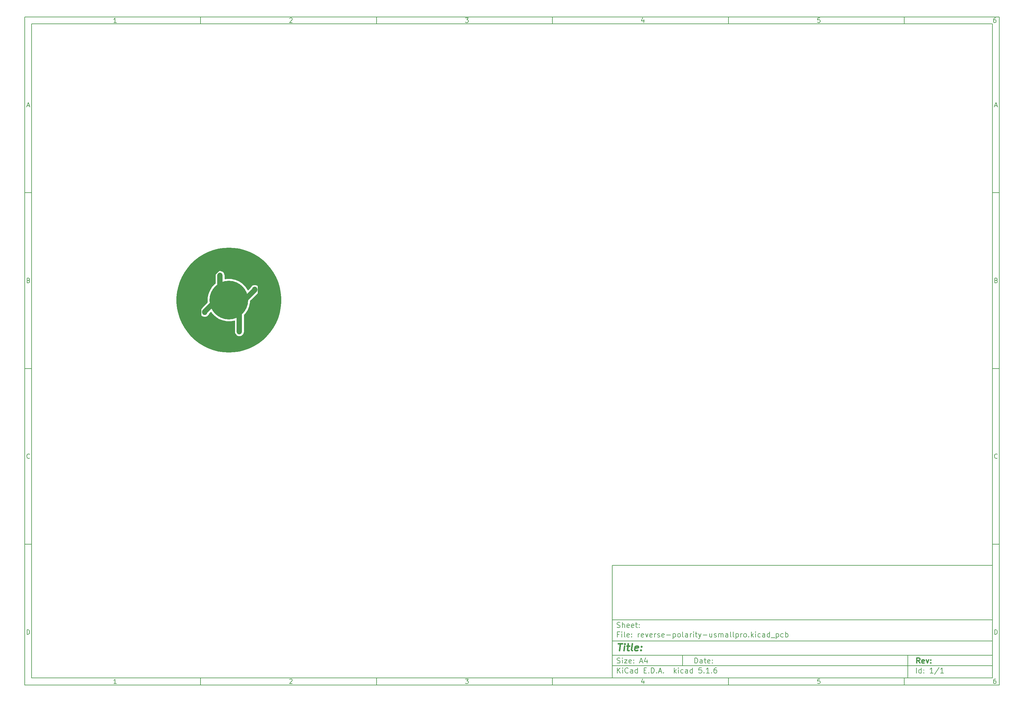
<source format=gbr>
G04 #@! TF.GenerationSoftware,KiCad,Pcbnew,5.1.6*
G04 #@! TF.CreationDate,2020-09-05T15:35:29+02:00*
G04 #@! TF.ProjectId,reverse-polarity-usmallpro,72657665-7273-4652-9d70-6f6c61726974,rev?*
G04 #@! TF.SameCoordinates,Original*
G04 #@! TF.FileFunction,Copper,L2,Bot*
G04 #@! TF.FilePolarity,Positive*
%FSLAX46Y46*%
G04 Gerber Fmt 4.6, Leading zero omitted, Abs format (unit mm)*
G04 Created by KiCad (PCBNEW 5.1.6) date 2020-09-05 15:35:29*
%MOMM*%
%LPD*%
G01*
G04 APERTURE LIST*
%ADD10C,0.100000*%
%ADD11C,0.150000*%
%ADD12C,0.300000*%
%ADD13C,0.400000*%
G04 #@! TA.AperFunction,ComponentPad*
%ADD14C,3.000000*%
G04 #@! TD*
G04 #@! TA.AperFunction,SMDPad,CuDef*
%ADD15C,11.000000*%
G04 #@! TD*
G04 #@! TA.AperFunction,ViaPad*
%ADD16C,0.800000*%
G04 #@! TD*
G04 #@! TA.AperFunction,Conductor*
%ADD17C,1.500000*%
G04 #@! TD*
G04 #@! TA.AperFunction,Conductor*
%ADD18C,0.254000*%
G04 #@! TD*
G04 APERTURE END LIST*
D10*
D11*
X177002200Y-166007200D02*
X177002200Y-198007200D01*
X285002200Y-198007200D01*
X285002200Y-166007200D01*
X177002200Y-166007200D01*
D10*
D11*
X10000000Y-10000000D02*
X10000000Y-200007200D01*
X287002200Y-200007200D01*
X287002200Y-10000000D01*
X10000000Y-10000000D01*
D10*
D11*
X12000000Y-12000000D02*
X12000000Y-198007200D01*
X285002200Y-198007200D01*
X285002200Y-12000000D01*
X12000000Y-12000000D01*
D10*
D11*
X60000000Y-12000000D02*
X60000000Y-10000000D01*
D10*
D11*
X110000000Y-12000000D02*
X110000000Y-10000000D01*
D10*
D11*
X160000000Y-12000000D02*
X160000000Y-10000000D01*
D10*
D11*
X210000000Y-12000000D02*
X210000000Y-10000000D01*
D10*
D11*
X260000000Y-12000000D02*
X260000000Y-10000000D01*
D10*
D11*
X36065476Y-11588095D02*
X35322619Y-11588095D01*
X35694047Y-11588095D02*
X35694047Y-10288095D01*
X35570238Y-10473809D01*
X35446428Y-10597619D01*
X35322619Y-10659523D01*
D10*
D11*
X85322619Y-10411904D02*
X85384523Y-10350000D01*
X85508333Y-10288095D01*
X85817857Y-10288095D01*
X85941666Y-10350000D01*
X86003571Y-10411904D01*
X86065476Y-10535714D01*
X86065476Y-10659523D01*
X86003571Y-10845238D01*
X85260714Y-11588095D01*
X86065476Y-11588095D01*
D10*
D11*
X135260714Y-10288095D02*
X136065476Y-10288095D01*
X135632142Y-10783333D01*
X135817857Y-10783333D01*
X135941666Y-10845238D01*
X136003571Y-10907142D01*
X136065476Y-11030952D01*
X136065476Y-11340476D01*
X136003571Y-11464285D01*
X135941666Y-11526190D01*
X135817857Y-11588095D01*
X135446428Y-11588095D01*
X135322619Y-11526190D01*
X135260714Y-11464285D01*
D10*
D11*
X185941666Y-10721428D02*
X185941666Y-11588095D01*
X185632142Y-10226190D02*
X185322619Y-11154761D01*
X186127380Y-11154761D01*
D10*
D11*
X236003571Y-10288095D02*
X235384523Y-10288095D01*
X235322619Y-10907142D01*
X235384523Y-10845238D01*
X235508333Y-10783333D01*
X235817857Y-10783333D01*
X235941666Y-10845238D01*
X236003571Y-10907142D01*
X236065476Y-11030952D01*
X236065476Y-11340476D01*
X236003571Y-11464285D01*
X235941666Y-11526190D01*
X235817857Y-11588095D01*
X235508333Y-11588095D01*
X235384523Y-11526190D01*
X235322619Y-11464285D01*
D10*
D11*
X285941666Y-10288095D02*
X285694047Y-10288095D01*
X285570238Y-10350000D01*
X285508333Y-10411904D01*
X285384523Y-10597619D01*
X285322619Y-10845238D01*
X285322619Y-11340476D01*
X285384523Y-11464285D01*
X285446428Y-11526190D01*
X285570238Y-11588095D01*
X285817857Y-11588095D01*
X285941666Y-11526190D01*
X286003571Y-11464285D01*
X286065476Y-11340476D01*
X286065476Y-11030952D01*
X286003571Y-10907142D01*
X285941666Y-10845238D01*
X285817857Y-10783333D01*
X285570238Y-10783333D01*
X285446428Y-10845238D01*
X285384523Y-10907142D01*
X285322619Y-11030952D01*
D10*
D11*
X60000000Y-198007200D02*
X60000000Y-200007200D01*
D10*
D11*
X110000000Y-198007200D02*
X110000000Y-200007200D01*
D10*
D11*
X160000000Y-198007200D02*
X160000000Y-200007200D01*
D10*
D11*
X210000000Y-198007200D02*
X210000000Y-200007200D01*
D10*
D11*
X260000000Y-198007200D02*
X260000000Y-200007200D01*
D10*
D11*
X36065476Y-199595295D02*
X35322619Y-199595295D01*
X35694047Y-199595295D02*
X35694047Y-198295295D01*
X35570238Y-198481009D01*
X35446428Y-198604819D01*
X35322619Y-198666723D01*
D10*
D11*
X85322619Y-198419104D02*
X85384523Y-198357200D01*
X85508333Y-198295295D01*
X85817857Y-198295295D01*
X85941666Y-198357200D01*
X86003571Y-198419104D01*
X86065476Y-198542914D01*
X86065476Y-198666723D01*
X86003571Y-198852438D01*
X85260714Y-199595295D01*
X86065476Y-199595295D01*
D10*
D11*
X135260714Y-198295295D02*
X136065476Y-198295295D01*
X135632142Y-198790533D01*
X135817857Y-198790533D01*
X135941666Y-198852438D01*
X136003571Y-198914342D01*
X136065476Y-199038152D01*
X136065476Y-199347676D01*
X136003571Y-199471485D01*
X135941666Y-199533390D01*
X135817857Y-199595295D01*
X135446428Y-199595295D01*
X135322619Y-199533390D01*
X135260714Y-199471485D01*
D10*
D11*
X185941666Y-198728628D02*
X185941666Y-199595295D01*
X185632142Y-198233390D02*
X185322619Y-199161961D01*
X186127380Y-199161961D01*
D10*
D11*
X236003571Y-198295295D02*
X235384523Y-198295295D01*
X235322619Y-198914342D01*
X235384523Y-198852438D01*
X235508333Y-198790533D01*
X235817857Y-198790533D01*
X235941666Y-198852438D01*
X236003571Y-198914342D01*
X236065476Y-199038152D01*
X236065476Y-199347676D01*
X236003571Y-199471485D01*
X235941666Y-199533390D01*
X235817857Y-199595295D01*
X235508333Y-199595295D01*
X235384523Y-199533390D01*
X235322619Y-199471485D01*
D10*
D11*
X285941666Y-198295295D02*
X285694047Y-198295295D01*
X285570238Y-198357200D01*
X285508333Y-198419104D01*
X285384523Y-198604819D01*
X285322619Y-198852438D01*
X285322619Y-199347676D01*
X285384523Y-199471485D01*
X285446428Y-199533390D01*
X285570238Y-199595295D01*
X285817857Y-199595295D01*
X285941666Y-199533390D01*
X286003571Y-199471485D01*
X286065476Y-199347676D01*
X286065476Y-199038152D01*
X286003571Y-198914342D01*
X285941666Y-198852438D01*
X285817857Y-198790533D01*
X285570238Y-198790533D01*
X285446428Y-198852438D01*
X285384523Y-198914342D01*
X285322619Y-199038152D01*
D10*
D11*
X10000000Y-60000000D02*
X12000000Y-60000000D01*
D10*
D11*
X10000000Y-110000000D02*
X12000000Y-110000000D01*
D10*
D11*
X10000000Y-160000000D02*
X12000000Y-160000000D01*
D10*
D11*
X10690476Y-35216666D02*
X11309523Y-35216666D01*
X10566666Y-35588095D02*
X11000000Y-34288095D01*
X11433333Y-35588095D01*
D10*
D11*
X11092857Y-84907142D02*
X11278571Y-84969047D01*
X11340476Y-85030952D01*
X11402380Y-85154761D01*
X11402380Y-85340476D01*
X11340476Y-85464285D01*
X11278571Y-85526190D01*
X11154761Y-85588095D01*
X10659523Y-85588095D01*
X10659523Y-84288095D01*
X11092857Y-84288095D01*
X11216666Y-84350000D01*
X11278571Y-84411904D01*
X11340476Y-84535714D01*
X11340476Y-84659523D01*
X11278571Y-84783333D01*
X11216666Y-84845238D01*
X11092857Y-84907142D01*
X10659523Y-84907142D01*
D10*
D11*
X11402380Y-135464285D02*
X11340476Y-135526190D01*
X11154761Y-135588095D01*
X11030952Y-135588095D01*
X10845238Y-135526190D01*
X10721428Y-135402380D01*
X10659523Y-135278571D01*
X10597619Y-135030952D01*
X10597619Y-134845238D01*
X10659523Y-134597619D01*
X10721428Y-134473809D01*
X10845238Y-134350000D01*
X11030952Y-134288095D01*
X11154761Y-134288095D01*
X11340476Y-134350000D01*
X11402380Y-134411904D01*
D10*
D11*
X10659523Y-185588095D02*
X10659523Y-184288095D01*
X10969047Y-184288095D01*
X11154761Y-184350000D01*
X11278571Y-184473809D01*
X11340476Y-184597619D01*
X11402380Y-184845238D01*
X11402380Y-185030952D01*
X11340476Y-185278571D01*
X11278571Y-185402380D01*
X11154761Y-185526190D01*
X10969047Y-185588095D01*
X10659523Y-185588095D01*
D10*
D11*
X287002200Y-60000000D02*
X285002200Y-60000000D01*
D10*
D11*
X287002200Y-110000000D02*
X285002200Y-110000000D01*
D10*
D11*
X287002200Y-160000000D02*
X285002200Y-160000000D01*
D10*
D11*
X285692676Y-35216666D02*
X286311723Y-35216666D01*
X285568866Y-35588095D02*
X286002200Y-34288095D01*
X286435533Y-35588095D01*
D10*
D11*
X286095057Y-84907142D02*
X286280771Y-84969047D01*
X286342676Y-85030952D01*
X286404580Y-85154761D01*
X286404580Y-85340476D01*
X286342676Y-85464285D01*
X286280771Y-85526190D01*
X286156961Y-85588095D01*
X285661723Y-85588095D01*
X285661723Y-84288095D01*
X286095057Y-84288095D01*
X286218866Y-84350000D01*
X286280771Y-84411904D01*
X286342676Y-84535714D01*
X286342676Y-84659523D01*
X286280771Y-84783333D01*
X286218866Y-84845238D01*
X286095057Y-84907142D01*
X285661723Y-84907142D01*
D10*
D11*
X286404580Y-135464285D02*
X286342676Y-135526190D01*
X286156961Y-135588095D01*
X286033152Y-135588095D01*
X285847438Y-135526190D01*
X285723628Y-135402380D01*
X285661723Y-135278571D01*
X285599819Y-135030952D01*
X285599819Y-134845238D01*
X285661723Y-134597619D01*
X285723628Y-134473809D01*
X285847438Y-134350000D01*
X286033152Y-134288095D01*
X286156961Y-134288095D01*
X286342676Y-134350000D01*
X286404580Y-134411904D01*
D10*
D11*
X285661723Y-185588095D02*
X285661723Y-184288095D01*
X285971247Y-184288095D01*
X286156961Y-184350000D01*
X286280771Y-184473809D01*
X286342676Y-184597619D01*
X286404580Y-184845238D01*
X286404580Y-185030952D01*
X286342676Y-185278571D01*
X286280771Y-185402380D01*
X286156961Y-185526190D01*
X285971247Y-185588095D01*
X285661723Y-185588095D01*
D10*
D11*
X200434342Y-193785771D02*
X200434342Y-192285771D01*
X200791485Y-192285771D01*
X201005771Y-192357200D01*
X201148628Y-192500057D01*
X201220057Y-192642914D01*
X201291485Y-192928628D01*
X201291485Y-193142914D01*
X201220057Y-193428628D01*
X201148628Y-193571485D01*
X201005771Y-193714342D01*
X200791485Y-193785771D01*
X200434342Y-193785771D01*
X202577200Y-193785771D02*
X202577200Y-193000057D01*
X202505771Y-192857200D01*
X202362914Y-192785771D01*
X202077200Y-192785771D01*
X201934342Y-192857200D01*
X202577200Y-193714342D02*
X202434342Y-193785771D01*
X202077200Y-193785771D01*
X201934342Y-193714342D01*
X201862914Y-193571485D01*
X201862914Y-193428628D01*
X201934342Y-193285771D01*
X202077200Y-193214342D01*
X202434342Y-193214342D01*
X202577200Y-193142914D01*
X203077200Y-192785771D02*
X203648628Y-192785771D01*
X203291485Y-192285771D02*
X203291485Y-193571485D01*
X203362914Y-193714342D01*
X203505771Y-193785771D01*
X203648628Y-193785771D01*
X204720057Y-193714342D02*
X204577200Y-193785771D01*
X204291485Y-193785771D01*
X204148628Y-193714342D01*
X204077200Y-193571485D01*
X204077200Y-193000057D01*
X204148628Y-192857200D01*
X204291485Y-192785771D01*
X204577200Y-192785771D01*
X204720057Y-192857200D01*
X204791485Y-193000057D01*
X204791485Y-193142914D01*
X204077200Y-193285771D01*
X205434342Y-193642914D02*
X205505771Y-193714342D01*
X205434342Y-193785771D01*
X205362914Y-193714342D01*
X205434342Y-193642914D01*
X205434342Y-193785771D01*
X205434342Y-192857200D02*
X205505771Y-192928628D01*
X205434342Y-193000057D01*
X205362914Y-192928628D01*
X205434342Y-192857200D01*
X205434342Y-193000057D01*
D10*
D11*
X177002200Y-194507200D02*
X285002200Y-194507200D01*
D10*
D11*
X178434342Y-196585771D02*
X178434342Y-195085771D01*
X179291485Y-196585771D02*
X178648628Y-195728628D01*
X179291485Y-195085771D02*
X178434342Y-195942914D01*
X179934342Y-196585771D02*
X179934342Y-195585771D01*
X179934342Y-195085771D02*
X179862914Y-195157200D01*
X179934342Y-195228628D01*
X180005771Y-195157200D01*
X179934342Y-195085771D01*
X179934342Y-195228628D01*
X181505771Y-196442914D02*
X181434342Y-196514342D01*
X181220057Y-196585771D01*
X181077200Y-196585771D01*
X180862914Y-196514342D01*
X180720057Y-196371485D01*
X180648628Y-196228628D01*
X180577200Y-195942914D01*
X180577200Y-195728628D01*
X180648628Y-195442914D01*
X180720057Y-195300057D01*
X180862914Y-195157200D01*
X181077200Y-195085771D01*
X181220057Y-195085771D01*
X181434342Y-195157200D01*
X181505771Y-195228628D01*
X182791485Y-196585771D02*
X182791485Y-195800057D01*
X182720057Y-195657200D01*
X182577200Y-195585771D01*
X182291485Y-195585771D01*
X182148628Y-195657200D01*
X182791485Y-196514342D02*
X182648628Y-196585771D01*
X182291485Y-196585771D01*
X182148628Y-196514342D01*
X182077200Y-196371485D01*
X182077200Y-196228628D01*
X182148628Y-196085771D01*
X182291485Y-196014342D01*
X182648628Y-196014342D01*
X182791485Y-195942914D01*
X184148628Y-196585771D02*
X184148628Y-195085771D01*
X184148628Y-196514342D02*
X184005771Y-196585771D01*
X183720057Y-196585771D01*
X183577200Y-196514342D01*
X183505771Y-196442914D01*
X183434342Y-196300057D01*
X183434342Y-195871485D01*
X183505771Y-195728628D01*
X183577200Y-195657200D01*
X183720057Y-195585771D01*
X184005771Y-195585771D01*
X184148628Y-195657200D01*
X186005771Y-195800057D02*
X186505771Y-195800057D01*
X186720057Y-196585771D02*
X186005771Y-196585771D01*
X186005771Y-195085771D01*
X186720057Y-195085771D01*
X187362914Y-196442914D02*
X187434342Y-196514342D01*
X187362914Y-196585771D01*
X187291485Y-196514342D01*
X187362914Y-196442914D01*
X187362914Y-196585771D01*
X188077200Y-196585771D02*
X188077200Y-195085771D01*
X188434342Y-195085771D01*
X188648628Y-195157200D01*
X188791485Y-195300057D01*
X188862914Y-195442914D01*
X188934342Y-195728628D01*
X188934342Y-195942914D01*
X188862914Y-196228628D01*
X188791485Y-196371485D01*
X188648628Y-196514342D01*
X188434342Y-196585771D01*
X188077200Y-196585771D01*
X189577200Y-196442914D02*
X189648628Y-196514342D01*
X189577200Y-196585771D01*
X189505771Y-196514342D01*
X189577200Y-196442914D01*
X189577200Y-196585771D01*
X190220057Y-196157200D02*
X190934342Y-196157200D01*
X190077200Y-196585771D02*
X190577200Y-195085771D01*
X191077200Y-196585771D01*
X191577200Y-196442914D02*
X191648628Y-196514342D01*
X191577200Y-196585771D01*
X191505771Y-196514342D01*
X191577200Y-196442914D01*
X191577200Y-196585771D01*
X194577200Y-196585771D02*
X194577200Y-195085771D01*
X194720057Y-196014342D02*
X195148628Y-196585771D01*
X195148628Y-195585771D02*
X194577200Y-196157200D01*
X195791485Y-196585771D02*
X195791485Y-195585771D01*
X195791485Y-195085771D02*
X195720057Y-195157200D01*
X195791485Y-195228628D01*
X195862914Y-195157200D01*
X195791485Y-195085771D01*
X195791485Y-195228628D01*
X197148628Y-196514342D02*
X197005771Y-196585771D01*
X196720057Y-196585771D01*
X196577200Y-196514342D01*
X196505771Y-196442914D01*
X196434342Y-196300057D01*
X196434342Y-195871485D01*
X196505771Y-195728628D01*
X196577200Y-195657200D01*
X196720057Y-195585771D01*
X197005771Y-195585771D01*
X197148628Y-195657200D01*
X198434342Y-196585771D02*
X198434342Y-195800057D01*
X198362914Y-195657200D01*
X198220057Y-195585771D01*
X197934342Y-195585771D01*
X197791485Y-195657200D01*
X198434342Y-196514342D02*
X198291485Y-196585771D01*
X197934342Y-196585771D01*
X197791485Y-196514342D01*
X197720057Y-196371485D01*
X197720057Y-196228628D01*
X197791485Y-196085771D01*
X197934342Y-196014342D01*
X198291485Y-196014342D01*
X198434342Y-195942914D01*
X199791485Y-196585771D02*
X199791485Y-195085771D01*
X199791485Y-196514342D02*
X199648628Y-196585771D01*
X199362914Y-196585771D01*
X199220057Y-196514342D01*
X199148628Y-196442914D01*
X199077200Y-196300057D01*
X199077200Y-195871485D01*
X199148628Y-195728628D01*
X199220057Y-195657200D01*
X199362914Y-195585771D01*
X199648628Y-195585771D01*
X199791485Y-195657200D01*
X202362914Y-195085771D02*
X201648628Y-195085771D01*
X201577200Y-195800057D01*
X201648628Y-195728628D01*
X201791485Y-195657200D01*
X202148628Y-195657200D01*
X202291485Y-195728628D01*
X202362914Y-195800057D01*
X202434342Y-195942914D01*
X202434342Y-196300057D01*
X202362914Y-196442914D01*
X202291485Y-196514342D01*
X202148628Y-196585771D01*
X201791485Y-196585771D01*
X201648628Y-196514342D01*
X201577200Y-196442914D01*
X203077200Y-196442914D02*
X203148628Y-196514342D01*
X203077200Y-196585771D01*
X203005771Y-196514342D01*
X203077200Y-196442914D01*
X203077200Y-196585771D01*
X204577200Y-196585771D02*
X203720057Y-196585771D01*
X204148628Y-196585771D02*
X204148628Y-195085771D01*
X204005771Y-195300057D01*
X203862914Y-195442914D01*
X203720057Y-195514342D01*
X205220057Y-196442914D02*
X205291485Y-196514342D01*
X205220057Y-196585771D01*
X205148628Y-196514342D01*
X205220057Y-196442914D01*
X205220057Y-196585771D01*
X206577200Y-195085771D02*
X206291485Y-195085771D01*
X206148628Y-195157200D01*
X206077200Y-195228628D01*
X205934342Y-195442914D01*
X205862914Y-195728628D01*
X205862914Y-196300057D01*
X205934342Y-196442914D01*
X206005771Y-196514342D01*
X206148628Y-196585771D01*
X206434342Y-196585771D01*
X206577200Y-196514342D01*
X206648628Y-196442914D01*
X206720057Y-196300057D01*
X206720057Y-195942914D01*
X206648628Y-195800057D01*
X206577200Y-195728628D01*
X206434342Y-195657200D01*
X206148628Y-195657200D01*
X206005771Y-195728628D01*
X205934342Y-195800057D01*
X205862914Y-195942914D01*
D10*
D11*
X177002200Y-191507200D02*
X285002200Y-191507200D01*
D10*
D12*
X264411485Y-193785771D02*
X263911485Y-193071485D01*
X263554342Y-193785771D02*
X263554342Y-192285771D01*
X264125771Y-192285771D01*
X264268628Y-192357200D01*
X264340057Y-192428628D01*
X264411485Y-192571485D01*
X264411485Y-192785771D01*
X264340057Y-192928628D01*
X264268628Y-193000057D01*
X264125771Y-193071485D01*
X263554342Y-193071485D01*
X265625771Y-193714342D02*
X265482914Y-193785771D01*
X265197200Y-193785771D01*
X265054342Y-193714342D01*
X264982914Y-193571485D01*
X264982914Y-193000057D01*
X265054342Y-192857200D01*
X265197200Y-192785771D01*
X265482914Y-192785771D01*
X265625771Y-192857200D01*
X265697200Y-193000057D01*
X265697200Y-193142914D01*
X264982914Y-193285771D01*
X266197200Y-192785771D02*
X266554342Y-193785771D01*
X266911485Y-192785771D01*
X267482914Y-193642914D02*
X267554342Y-193714342D01*
X267482914Y-193785771D01*
X267411485Y-193714342D01*
X267482914Y-193642914D01*
X267482914Y-193785771D01*
X267482914Y-192857200D02*
X267554342Y-192928628D01*
X267482914Y-193000057D01*
X267411485Y-192928628D01*
X267482914Y-192857200D01*
X267482914Y-193000057D01*
D10*
D11*
X178362914Y-193714342D02*
X178577200Y-193785771D01*
X178934342Y-193785771D01*
X179077200Y-193714342D01*
X179148628Y-193642914D01*
X179220057Y-193500057D01*
X179220057Y-193357200D01*
X179148628Y-193214342D01*
X179077200Y-193142914D01*
X178934342Y-193071485D01*
X178648628Y-193000057D01*
X178505771Y-192928628D01*
X178434342Y-192857200D01*
X178362914Y-192714342D01*
X178362914Y-192571485D01*
X178434342Y-192428628D01*
X178505771Y-192357200D01*
X178648628Y-192285771D01*
X179005771Y-192285771D01*
X179220057Y-192357200D01*
X179862914Y-193785771D02*
X179862914Y-192785771D01*
X179862914Y-192285771D02*
X179791485Y-192357200D01*
X179862914Y-192428628D01*
X179934342Y-192357200D01*
X179862914Y-192285771D01*
X179862914Y-192428628D01*
X180434342Y-192785771D02*
X181220057Y-192785771D01*
X180434342Y-193785771D01*
X181220057Y-193785771D01*
X182362914Y-193714342D02*
X182220057Y-193785771D01*
X181934342Y-193785771D01*
X181791485Y-193714342D01*
X181720057Y-193571485D01*
X181720057Y-193000057D01*
X181791485Y-192857200D01*
X181934342Y-192785771D01*
X182220057Y-192785771D01*
X182362914Y-192857200D01*
X182434342Y-193000057D01*
X182434342Y-193142914D01*
X181720057Y-193285771D01*
X183077200Y-193642914D02*
X183148628Y-193714342D01*
X183077200Y-193785771D01*
X183005771Y-193714342D01*
X183077200Y-193642914D01*
X183077200Y-193785771D01*
X183077200Y-192857200D02*
X183148628Y-192928628D01*
X183077200Y-193000057D01*
X183005771Y-192928628D01*
X183077200Y-192857200D01*
X183077200Y-193000057D01*
X184862914Y-193357200D02*
X185577200Y-193357200D01*
X184720057Y-193785771D02*
X185220057Y-192285771D01*
X185720057Y-193785771D01*
X186862914Y-192785771D02*
X186862914Y-193785771D01*
X186505771Y-192214342D02*
X186148628Y-193285771D01*
X187077200Y-193285771D01*
D10*
D11*
X263434342Y-196585771D02*
X263434342Y-195085771D01*
X264791485Y-196585771D02*
X264791485Y-195085771D01*
X264791485Y-196514342D02*
X264648628Y-196585771D01*
X264362914Y-196585771D01*
X264220057Y-196514342D01*
X264148628Y-196442914D01*
X264077200Y-196300057D01*
X264077200Y-195871485D01*
X264148628Y-195728628D01*
X264220057Y-195657200D01*
X264362914Y-195585771D01*
X264648628Y-195585771D01*
X264791485Y-195657200D01*
X265505771Y-196442914D02*
X265577200Y-196514342D01*
X265505771Y-196585771D01*
X265434342Y-196514342D01*
X265505771Y-196442914D01*
X265505771Y-196585771D01*
X265505771Y-195657200D02*
X265577200Y-195728628D01*
X265505771Y-195800057D01*
X265434342Y-195728628D01*
X265505771Y-195657200D01*
X265505771Y-195800057D01*
X268148628Y-196585771D02*
X267291485Y-196585771D01*
X267720057Y-196585771D02*
X267720057Y-195085771D01*
X267577200Y-195300057D01*
X267434342Y-195442914D01*
X267291485Y-195514342D01*
X269862914Y-195014342D02*
X268577200Y-196942914D01*
X271148628Y-196585771D02*
X270291485Y-196585771D01*
X270720057Y-196585771D02*
X270720057Y-195085771D01*
X270577200Y-195300057D01*
X270434342Y-195442914D01*
X270291485Y-195514342D01*
D10*
D11*
X177002200Y-187507200D02*
X285002200Y-187507200D01*
D10*
D13*
X178714580Y-188211961D02*
X179857438Y-188211961D01*
X179036009Y-190211961D02*
X179286009Y-188211961D01*
X180274104Y-190211961D02*
X180440771Y-188878628D01*
X180524104Y-188211961D02*
X180416961Y-188307200D01*
X180500295Y-188402438D01*
X180607438Y-188307200D01*
X180524104Y-188211961D01*
X180500295Y-188402438D01*
X181107438Y-188878628D02*
X181869342Y-188878628D01*
X181476485Y-188211961D02*
X181262200Y-189926247D01*
X181333628Y-190116723D01*
X181512200Y-190211961D01*
X181702676Y-190211961D01*
X182655057Y-190211961D02*
X182476485Y-190116723D01*
X182405057Y-189926247D01*
X182619342Y-188211961D01*
X184190771Y-190116723D02*
X183988390Y-190211961D01*
X183607438Y-190211961D01*
X183428866Y-190116723D01*
X183357438Y-189926247D01*
X183452676Y-189164342D01*
X183571723Y-188973866D01*
X183774104Y-188878628D01*
X184155057Y-188878628D01*
X184333628Y-188973866D01*
X184405057Y-189164342D01*
X184381247Y-189354819D01*
X183405057Y-189545295D01*
X185155057Y-190021485D02*
X185238390Y-190116723D01*
X185131247Y-190211961D01*
X185047914Y-190116723D01*
X185155057Y-190021485D01*
X185131247Y-190211961D01*
X185286009Y-188973866D02*
X185369342Y-189069104D01*
X185262200Y-189164342D01*
X185178866Y-189069104D01*
X185286009Y-188973866D01*
X185262200Y-189164342D01*
D10*
D11*
X178934342Y-185600057D02*
X178434342Y-185600057D01*
X178434342Y-186385771D02*
X178434342Y-184885771D01*
X179148628Y-184885771D01*
X179720057Y-186385771D02*
X179720057Y-185385771D01*
X179720057Y-184885771D02*
X179648628Y-184957200D01*
X179720057Y-185028628D01*
X179791485Y-184957200D01*
X179720057Y-184885771D01*
X179720057Y-185028628D01*
X180648628Y-186385771D02*
X180505771Y-186314342D01*
X180434342Y-186171485D01*
X180434342Y-184885771D01*
X181791485Y-186314342D02*
X181648628Y-186385771D01*
X181362914Y-186385771D01*
X181220057Y-186314342D01*
X181148628Y-186171485D01*
X181148628Y-185600057D01*
X181220057Y-185457200D01*
X181362914Y-185385771D01*
X181648628Y-185385771D01*
X181791485Y-185457200D01*
X181862914Y-185600057D01*
X181862914Y-185742914D01*
X181148628Y-185885771D01*
X182505771Y-186242914D02*
X182577200Y-186314342D01*
X182505771Y-186385771D01*
X182434342Y-186314342D01*
X182505771Y-186242914D01*
X182505771Y-186385771D01*
X182505771Y-185457200D02*
X182577200Y-185528628D01*
X182505771Y-185600057D01*
X182434342Y-185528628D01*
X182505771Y-185457200D01*
X182505771Y-185600057D01*
X184362914Y-186385771D02*
X184362914Y-185385771D01*
X184362914Y-185671485D02*
X184434342Y-185528628D01*
X184505771Y-185457200D01*
X184648628Y-185385771D01*
X184791485Y-185385771D01*
X185862914Y-186314342D02*
X185720057Y-186385771D01*
X185434342Y-186385771D01*
X185291485Y-186314342D01*
X185220057Y-186171485D01*
X185220057Y-185600057D01*
X185291485Y-185457200D01*
X185434342Y-185385771D01*
X185720057Y-185385771D01*
X185862914Y-185457200D01*
X185934342Y-185600057D01*
X185934342Y-185742914D01*
X185220057Y-185885771D01*
X186434342Y-185385771D02*
X186791485Y-186385771D01*
X187148628Y-185385771D01*
X188291485Y-186314342D02*
X188148628Y-186385771D01*
X187862914Y-186385771D01*
X187720057Y-186314342D01*
X187648628Y-186171485D01*
X187648628Y-185600057D01*
X187720057Y-185457200D01*
X187862914Y-185385771D01*
X188148628Y-185385771D01*
X188291485Y-185457200D01*
X188362914Y-185600057D01*
X188362914Y-185742914D01*
X187648628Y-185885771D01*
X189005771Y-186385771D02*
X189005771Y-185385771D01*
X189005771Y-185671485D02*
X189077200Y-185528628D01*
X189148628Y-185457200D01*
X189291485Y-185385771D01*
X189434342Y-185385771D01*
X189862914Y-186314342D02*
X190005771Y-186385771D01*
X190291485Y-186385771D01*
X190434342Y-186314342D01*
X190505771Y-186171485D01*
X190505771Y-186100057D01*
X190434342Y-185957200D01*
X190291485Y-185885771D01*
X190077200Y-185885771D01*
X189934342Y-185814342D01*
X189862914Y-185671485D01*
X189862914Y-185600057D01*
X189934342Y-185457200D01*
X190077200Y-185385771D01*
X190291485Y-185385771D01*
X190434342Y-185457200D01*
X191720057Y-186314342D02*
X191577200Y-186385771D01*
X191291485Y-186385771D01*
X191148628Y-186314342D01*
X191077200Y-186171485D01*
X191077200Y-185600057D01*
X191148628Y-185457200D01*
X191291485Y-185385771D01*
X191577200Y-185385771D01*
X191720057Y-185457200D01*
X191791485Y-185600057D01*
X191791485Y-185742914D01*
X191077200Y-185885771D01*
X192434342Y-185814342D02*
X193577200Y-185814342D01*
X194291485Y-185385771D02*
X194291485Y-186885771D01*
X194291485Y-185457200D02*
X194434342Y-185385771D01*
X194720057Y-185385771D01*
X194862914Y-185457200D01*
X194934342Y-185528628D01*
X195005771Y-185671485D01*
X195005771Y-186100057D01*
X194934342Y-186242914D01*
X194862914Y-186314342D01*
X194720057Y-186385771D01*
X194434342Y-186385771D01*
X194291485Y-186314342D01*
X195862914Y-186385771D02*
X195720057Y-186314342D01*
X195648628Y-186242914D01*
X195577200Y-186100057D01*
X195577200Y-185671485D01*
X195648628Y-185528628D01*
X195720057Y-185457200D01*
X195862914Y-185385771D01*
X196077200Y-185385771D01*
X196220057Y-185457200D01*
X196291485Y-185528628D01*
X196362914Y-185671485D01*
X196362914Y-186100057D01*
X196291485Y-186242914D01*
X196220057Y-186314342D01*
X196077200Y-186385771D01*
X195862914Y-186385771D01*
X197220057Y-186385771D02*
X197077200Y-186314342D01*
X197005771Y-186171485D01*
X197005771Y-184885771D01*
X198434342Y-186385771D02*
X198434342Y-185600057D01*
X198362914Y-185457200D01*
X198220057Y-185385771D01*
X197934342Y-185385771D01*
X197791485Y-185457200D01*
X198434342Y-186314342D02*
X198291485Y-186385771D01*
X197934342Y-186385771D01*
X197791485Y-186314342D01*
X197720057Y-186171485D01*
X197720057Y-186028628D01*
X197791485Y-185885771D01*
X197934342Y-185814342D01*
X198291485Y-185814342D01*
X198434342Y-185742914D01*
X199148628Y-186385771D02*
X199148628Y-185385771D01*
X199148628Y-185671485D02*
X199220057Y-185528628D01*
X199291485Y-185457200D01*
X199434342Y-185385771D01*
X199577200Y-185385771D01*
X200077200Y-186385771D02*
X200077200Y-185385771D01*
X200077200Y-184885771D02*
X200005771Y-184957200D01*
X200077200Y-185028628D01*
X200148628Y-184957200D01*
X200077200Y-184885771D01*
X200077200Y-185028628D01*
X200577200Y-185385771D02*
X201148628Y-185385771D01*
X200791485Y-184885771D02*
X200791485Y-186171485D01*
X200862914Y-186314342D01*
X201005771Y-186385771D01*
X201148628Y-186385771D01*
X201505771Y-185385771D02*
X201862914Y-186385771D01*
X202220057Y-185385771D02*
X201862914Y-186385771D01*
X201720057Y-186742914D01*
X201648628Y-186814342D01*
X201505771Y-186885771D01*
X202791485Y-185814342D02*
X203934342Y-185814342D01*
X205291485Y-185385771D02*
X205291485Y-186385771D01*
X204648628Y-185385771D02*
X204648628Y-186171485D01*
X204720057Y-186314342D01*
X204862914Y-186385771D01*
X205077200Y-186385771D01*
X205220057Y-186314342D01*
X205291485Y-186242914D01*
X205934342Y-186314342D02*
X206077200Y-186385771D01*
X206362914Y-186385771D01*
X206505771Y-186314342D01*
X206577200Y-186171485D01*
X206577200Y-186100057D01*
X206505771Y-185957200D01*
X206362914Y-185885771D01*
X206148628Y-185885771D01*
X206005771Y-185814342D01*
X205934342Y-185671485D01*
X205934342Y-185600057D01*
X206005771Y-185457200D01*
X206148628Y-185385771D01*
X206362914Y-185385771D01*
X206505771Y-185457200D01*
X207220057Y-186385771D02*
X207220057Y-185385771D01*
X207220057Y-185528628D02*
X207291485Y-185457200D01*
X207434342Y-185385771D01*
X207648628Y-185385771D01*
X207791485Y-185457200D01*
X207862914Y-185600057D01*
X207862914Y-186385771D01*
X207862914Y-185600057D02*
X207934342Y-185457200D01*
X208077200Y-185385771D01*
X208291485Y-185385771D01*
X208434342Y-185457200D01*
X208505771Y-185600057D01*
X208505771Y-186385771D01*
X209862914Y-186385771D02*
X209862914Y-185600057D01*
X209791485Y-185457200D01*
X209648628Y-185385771D01*
X209362914Y-185385771D01*
X209220057Y-185457200D01*
X209862914Y-186314342D02*
X209720057Y-186385771D01*
X209362914Y-186385771D01*
X209220057Y-186314342D01*
X209148628Y-186171485D01*
X209148628Y-186028628D01*
X209220057Y-185885771D01*
X209362914Y-185814342D01*
X209720057Y-185814342D01*
X209862914Y-185742914D01*
X210791485Y-186385771D02*
X210648628Y-186314342D01*
X210577200Y-186171485D01*
X210577200Y-184885771D01*
X211577200Y-186385771D02*
X211434342Y-186314342D01*
X211362914Y-186171485D01*
X211362914Y-184885771D01*
X212148628Y-185385771D02*
X212148628Y-186885771D01*
X212148628Y-185457200D02*
X212291485Y-185385771D01*
X212577200Y-185385771D01*
X212720057Y-185457200D01*
X212791485Y-185528628D01*
X212862914Y-185671485D01*
X212862914Y-186100057D01*
X212791485Y-186242914D01*
X212720057Y-186314342D01*
X212577200Y-186385771D01*
X212291485Y-186385771D01*
X212148628Y-186314342D01*
X213505771Y-186385771D02*
X213505771Y-185385771D01*
X213505771Y-185671485D02*
X213577200Y-185528628D01*
X213648628Y-185457200D01*
X213791485Y-185385771D01*
X213934342Y-185385771D01*
X214648628Y-186385771D02*
X214505771Y-186314342D01*
X214434342Y-186242914D01*
X214362914Y-186100057D01*
X214362914Y-185671485D01*
X214434342Y-185528628D01*
X214505771Y-185457200D01*
X214648628Y-185385771D01*
X214862914Y-185385771D01*
X215005771Y-185457200D01*
X215077200Y-185528628D01*
X215148628Y-185671485D01*
X215148628Y-186100057D01*
X215077200Y-186242914D01*
X215005771Y-186314342D01*
X214862914Y-186385771D01*
X214648628Y-186385771D01*
X215791485Y-186242914D02*
X215862914Y-186314342D01*
X215791485Y-186385771D01*
X215720057Y-186314342D01*
X215791485Y-186242914D01*
X215791485Y-186385771D01*
X216505771Y-186385771D02*
X216505771Y-184885771D01*
X216648628Y-185814342D02*
X217077200Y-186385771D01*
X217077200Y-185385771D02*
X216505771Y-185957200D01*
X217720057Y-186385771D02*
X217720057Y-185385771D01*
X217720057Y-184885771D02*
X217648628Y-184957200D01*
X217720057Y-185028628D01*
X217791485Y-184957200D01*
X217720057Y-184885771D01*
X217720057Y-185028628D01*
X219077200Y-186314342D02*
X218934342Y-186385771D01*
X218648628Y-186385771D01*
X218505771Y-186314342D01*
X218434342Y-186242914D01*
X218362914Y-186100057D01*
X218362914Y-185671485D01*
X218434342Y-185528628D01*
X218505771Y-185457200D01*
X218648628Y-185385771D01*
X218934342Y-185385771D01*
X219077200Y-185457200D01*
X220362914Y-186385771D02*
X220362914Y-185600057D01*
X220291485Y-185457200D01*
X220148628Y-185385771D01*
X219862914Y-185385771D01*
X219720057Y-185457200D01*
X220362914Y-186314342D02*
X220220057Y-186385771D01*
X219862914Y-186385771D01*
X219720057Y-186314342D01*
X219648628Y-186171485D01*
X219648628Y-186028628D01*
X219720057Y-185885771D01*
X219862914Y-185814342D01*
X220220057Y-185814342D01*
X220362914Y-185742914D01*
X221720057Y-186385771D02*
X221720057Y-184885771D01*
X221720057Y-186314342D02*
X221577200Y-186385771D01*
X221291485Y-186385771D01*
X221148628Y-186314342D01*
X221077200Y-186242914D01*
X221005771Y-186100057D01*
X221005771Y-185671485D01*
X221077200Y-185528628D01*
X221148628Y-185457200D01*
X221291485Y-185385771D01*
X221577200Y-185385771D01*
X221720057Y-185457200D01*
X222077200Y-186528628D02*
X223220057Y-186528628D01*
X223577200Y-185385771D02*
X223577200Y-186885771D01*
X223577200Y-185457200D02*
X223720057Y-185385771D01*
X224005771Y-185385771D01*
X224148628Y-185457200D01*
X224220057Y-185528628D01*
X224291485Y-185671485D01*
X224291485Y-186100057D01*
X224220057Y-186242914D01*
X224148628Y-186314342D01*
X224005771Y-186385771D01*
X223720057Y-186385771D01*
X223577200Y-186314342D01*
X225577200Y-186314342D02*
X225434342Y-186385771D01*
X225148628Y-186385771D01*
X225005771Y-186314342D01*
X224934342Y-186242914D01*
X224862914Y-186100057D01*
X224862914Y-185671485D01*
X224934342Y-185528628D01*
X225005771Y-185457200D01*
X225148628Y-185385771D01*
X225434342Y-185385771D01*
X225577200Y-185457200D01*
X226220057Y-186385771D02*
X226220057Y-184885771D01*
X226220057Y-185457200D02*
X226362914Y-185385771D01*
X226648628Y-185385771D01*
X226791485Y-185457200D01*
X226862914Y-185528628D01*
X226934342Y-185671485D01*
X226934342Y-186100057D01*
X226862914Y-186242914D01*
X226791485Y-186314342D01*
X226648628Y-186385771D01*
X226362914Y-186385771D01*
X226220057Y-186314342D01*
D10*
D11*
X177002200Y-181507200D02*
X285002200Y-181507200D01*
D10*
D11*
X178362914Y-183614342D02*
X178577200Y-183685771D01*
X178934342Y-183685771D01*
X179077200Y-183614342D01*
X179148628Y-183542914D01*
X179220057Y-183400057D01*
X179220057Y-183257200D01*
X179148628Y-183114342D01*
X179077200Y-183042914D01*
X178934342Y-182971485D01*
X178648628Y-182900057D01*
X178505771Y-182828628D01*
X178434342Y-182757200D01*
X178362914Y-182614342D01*
X178362914Y-182471485D01*
X178434342Y-182328628D01*
X178505771Y-182257200D01*
X178648628Y-182185771D01*
X179005771Y-182185771D01*
X179220057Y-182257200D01*
X179862914Y-183685771D02*
X179862914Y-182185771D01*
X180505771Y-183685771D02*
X180505771Y-182900057D01*
X180434342Y-182757200D01*
X180291485Y-182685771D01*
X180077200Y-182685771D01*
X179934342Y-182757200D01*
X179862914Y-182828628D01*
X181791485Y-183614342D02*
X181648628Y-183685771D01*
X181362914Y-183685771D01*
X181220057Y-183614342D01*
X181148628Y-183471485D01*
X181148628Y-182900057D01*
X181220057Y-182757200D01*
X181362914Y-182685771D01*
X181648628Y-182685771D01*
X181791485Y-182757200D01*
X181862914Y-182900057D01*
X181862914Y-183042914D01*
X181148628Y-183185771D01*
X183077200Y-183614342D02*
X182934342Y-183685771D01*
X182648628Y-183685771D01*
X182505771Y-183614342D01*
X182434342Y-183471485D01*
X182434342Y-182900057D01*
X182505771Y-182757200D01*
X182648628Y-182685771D01*
X182934342Y-182685771D01*
X183077200Y-182757200D01*
X183148628Y-182900057D01*
X183148628Y-183042914D01*
X182434342Y-183185771D01*
X183577200Y-182685771D02*
X184148628Y-182685771D01*
X183791485Y-182185771D02*
X183791485Y-183471485D01*
X183862914Y-183614342D01*
X184005771Y-183685771D01*
X184148628Y-183685771D01*
X184648628Y-183542914D02*
X184720057Y-183614342D01*
X184648628Y-183685771D01*
X184577200Y-183614342D01*
X184648628Y-183542914D01*
X184648628Y-183685771D01*
X184648628Y-182757200D02*
X184720057Y-182828628D01*
X184648628Y-182900057D01*
X184577200Y-182828628D01*
X184648628Y-182757200D01*
X184648628Y-182900057D01*
D10*
D11*
X197002200Y-191507200D02*
X197002200Y-194507200D01*
D10*
D11*
X261002200Y-191507200D02*
X261002200Y-198007200D01*
D14*
X59500000Y-98000000D03*
X77000000Y-84000000D03*
D15*
X68000000Y-90500000D03*
D16*
X79000000Y-92500000D03*
X58500000Y-88000000D03*
X70500000Y-80000000D03*
X68000000Y-76500000D03*
X68000000Y-104500000D03*
X54000000Y-90500000D03*
X82000000Y-90500000D03*
X71000000Y-99500000D03*
X61000000Y-94000000D03*
X65500000Y-83500000D03*
X75500000Y-87500000D03*
D17*
X77000000Y-90500000D02*
X77000000Y-84000000D01*
X79000000Y-92500000D02*
X77000000Y-90500000D01*
X59500000Y-89000000D02*
X58500000Y-88000000D01*
X59500000Y-98000000D02*
X59500000Y-89000000D01*
X66500000Y-80000000D02*
X58500000Y-88000000D01*
X70500000Y-80000000D02*
X66500000Y-80000000D01*
X65500000Y-88000000D02*
X68000000Y-90500000D01*
X65500000Y-83500000D02*
X65500000Y-88000000D01*
X71000000Y-93500000D02*
X68000000Y-90500000D01*
X71000000Y-99500000D02*
X71000000Y-93500000D01*
X68000000Y-90500000D02*
X64500000Y-90500000D01*
X61150010Y-93849990D02*
X61150010Y-94000000D01*
X64500000Y-90500000D02*
X61150010Y-93849990D01*
X75349990Y-87650010D02*
X75349990Y-87500000D01*
X68000000Y-90500000D02*
X72500000Y-90500000D01*
X72500000Y-90500000D02*
X75349990Y-87650010D01*
D18*
G36*
X69496279Y-75785883D02*
G01*
X70977205Y-76012752D01*
X72427581Y-76388280D01*
X73832523Y-76908614D01*
X75177616Y-77568414D01*
X76449057Y-78360909D01*
X77633799Y-79277967D01*
X78719685Y-80310179D01*
X79695573Y-81446953D01*
X80551449Y-82676622D01*
X81278529Y-83986570D01*
X81869354Y-85363355D01*
X82317861Y-86792849D01*
X82619447Y-88260383D01*
X82771017Y-89750899D01*
X82771017Y-91249101D01*
X82619447Y-92739617D01*
X82317861Y-94207151D01*
X81869354Y-95636645D01*
X81278529Y-97013430D01*
X80551449Y-98323378D01*
X79695573Y-99553047D01*
X78719685Y-100689821D01*
X77633799Y-101722033D01*
X76449057Y-102639091D01*
X75177616Y-103431586D01*
X73832523Y-104091386D01*
X72427581Y-104611720D01*
X70977205Y-104987248D01*
X69496279Y-105214117D01*
X68000000Y-105290000D01*
X66503721Y-105214117D01*
X65022795Y-104987248D01*
X63572419Y-104611720D01*
X62167477Y-104091386D01*
X60822384Y-103431586D01*
X59550943Y-102639091D01*
X58366201Y-101722033D01*
X57280315Y-100689821D01*
X56304427Y-99553047D01*
X55448551Y-98323378D01*
X54721471Y-97013430D01*
X54130646Y-95636645D01*
X53682139Y-94207151D01*
X53608741Y-93849990D01*
X59758310Y-93849990D01*
X59765010Y-93918019D01*
X59765010Y-94068037D01*
X59785050Y-94271507D01*
X59864246Y-94532581D01*
X59992853Y-94773188D01*
X60165930Y-94984081D01*
X60376823Y-95157157D01*
X60617430Y-95285764D01*
X60878504Y-95364960D01*
X61150010Y-95391701D01*
X61421517Y-95364960D01*
X61682591Y-95285764D01*
X61923198Y-95157157D01*
X62134091Y-94984081D01*
X62307167Y-94773187D01*
X62435774Y-94532580D01*
X62439984Y-94518701D01*
X62959547Y-93999138D01*
X63234634Y-94410835D01*
X64089165Y-95265366D01*
X65093988Y-95936767D01*
X66210486Y-96399236D01*
X67395755Y-96635000D01*
X68604245Y-96635000D01*
X69615001Y-96433949D01*
X69615000Y-99568036D01*
X69635040Y-99771506D01*
X69714236Y-100032580D01*
X69842843Y-100273187D01*
X70015919Y-100484080D01*
X70226812Y-100657157D01*
X70467419Y-100785764D01*
X70728493Y-100864960D01*
X71000000Y-100891701D01*
X71271506Y-100864960D01*
X71532580Y-100785764D01*
X71773187Y-100657157D01*
X71984080Y-100484081D01*
X72157157Y-100273188D01*
X72285764Y-100032581D01*
X72364960Y-99771507D01*
X72385000Y-99568037D01*
X72385000Y-94791201D01*
X72765366Y-94410835D01*
X73436767Y-93406012D01*
X73899236Y-92289514D01*
X74135000Y-91104245D01*
X74135000Y-90823685D01*
X76281231Y-88677455D01*
X76334070Y-88634091D01*
X76377435Y-88581251D01*
X76377442Y-88581244D01*
X76507147Y-88423198D01*
X76635754Y-88182591D01*
X76714950Y-87921517D01*
X76741691Y-87650010D01*
X76734990Y-87581973D01*
X76734990Y-87431964D01*
X76714950Y-87228494D01*
X76635754Y-86967420D01*
X76507147Y-86726813D01*
X76334071Y-86515919D01*
X76123178Y-86342843D01*
X75882571Y-86214236D01*
X75621497Y-86135040D01*
X75349990Y-86108299D01*
X75078484Y-86135040D01*
X74817410Y-86214236D01*
X74576803Y-86342843D01*
X74365910Y-86515919D01*
X74192833Y-86726812D01*
X74064226Y-86967419D01*
X74060016Y-86981298D01*
X73439860Y-87601455D01*
X73436767Y-87593988D01*
X72765366Y-86589165D01*
X71910835Y-85734634D01*
X70906012Y-85063233D01*
X69789514Y-84600764D01*
X68604245Y-84365000D01*
X67395755Y-84365000D01*
X66885000Y-84466595D01*
X66885000Y-83431963D01*
X66864960Y-83228493D01*
X66785764Y-82967419D01*
X66657157Y-82726812D01*
X66484080Y-82515919D01*
X66273187Y-82342843D01*
X66032580Y-82214236D01*
X65771506Y-82135040D01*
X65500000Y-82108299D01*
X65228493Y-82135040D01*
X64967419Y-82214236D01*
X64726812Y-82342843D01*
X64515919Y-82515920D01*
X64342843Y-82726813D01*
X64214236Y-82967420D01*
X64135040Y-83228494D01*
X64115000Y-83431964D01*
X64115000Y-85717371D01*
X64089165Y-85734634D01*
X63234634Y-86589165D01*
X62563233Y-87593988D01*
X62100764Y-88710486D01*
X61865000Y-89895755D01*
X61865000Y-91104245D01*
X61876957Y-91164357D01*
X60218775Y-92822540D01*
X60165929Y-92865910D01*
X60122560Y-92918755D01*
X60122558Y-92918757D01*
X60082622Y-92967419D01*
X59992853Y-93076803D01*
X59864246Y-93317410D01*
X59785050Y-93578484D01*
X59765010Y-93781954D01*
X59765010Y-93781961D01*
X59758310Y-93849990D01*
X53608741Y-93849990D01*
X53380553Y-92739617D01*
X53228983Y-91249101D01*
X53228983Y-89750899D01*
X53380553Y-88260383D01*
X53682139Y-86792849D01*
X54130646Y-85363355D01*
X54721471Y-83986570D01*
X55448551Y-82676622D01*
X56304427Y-81446953D01*
X57280315Y-80310179D01*
X58366201Y-79277967D01*
X59550943Y-78360909D01*
X60822384Y-77568414D01*
X62167477Y-76908614D01*
X63572419Y-76388280D01*
X65022795Y-76012752D01*
X66503721Y-75785883D01*
X68000000Y-75710000D01*
X69496279Y-75785883D01*
G37*
X69496279Y-75785883D02*
X70977205Y-76012752D01*
X72427581Y-76388280D01*
X73832523Y-76908614D01*
X75177616Y-77568414D01*
X76449057Y-78360909D01*
X77633799Y-79277967D01*
X78719685Y-80310179D01*
X79695573Y-81446953D01*
X80551449Y-82676622D01*
X81278529Y-83986570D01*
X81869354Y-85363355D01*
X82317861Y-86792849D01*
X82619447Y-88260383D01*
X82771017Y-89750899D01*
X82771017Y-91249101D01*
X82619447Y-92739617D01*
X82317861Y-94207151D01*
X81869354Y-95636645D01*
X81278529Y-97013430D01*
X80551449Y-98323378D01*
X79695573Y-99553047D01*
X78719685Y-100689821D01*
X77633799Y-101722033D01*
X76449057Y-102639091D01*
X75177616Y-103431586D01*
X73832523Y-104091386D01*
X72427581Y-104611720D01*
X70977205Y-104987248D01*
X69496279Y-105214117D01*
X68000000Y-105290000D01*
X66503721Y-105214117D01*
X65022795Y-104987248D01*
X63572419Y-104611720D01*
X62167477Y-104091386D01*
X60822384Y-103431586D01*
X59550943Y-102639091D01*
X58366201Y-101722033D01*
X57280315Y-100689821D01*
X56304427Y-99553047D01*
X55448551Y-98323378D01*
X54721471Y-97013430D01*
X54130646Y-95636645D01*
X53682139Y-94207151D01*
X53608741Y-93849990D01*
X59758310Y-93849990D01*
X59765010Y-93918019D01*
X59765010Y-94068037D01*
X59785050Y-94271507D01*
X59864246Y-94532581D01*
X59992853Y-94773188D01*
X60165930Y-94984081D01*
X60376823Y-95157157D01*
X60617430Y-95285764D01*
X60878504Y-95364960D01*
X61150010Y-95391701D01*
X61421517Y-95364960D01*
X61682591Y-95285764D01*
X61923198Y-95157157D01*
X62134091Y-94984081D01*
X62307167Y-94773187D01*
X62435774Y-94532580D01*
X62439984Y-94518701D01*
X62959547Y-93999138D01*
X63234634Y-94410835D01*
X64089165Y-95265366D01*
X65093988Y-95936767D01*
X66210486Y-96399236D01*
X67395755Y-96635000D01*
X68604245Y-96635000D01*
X69615001Y-96433949D01*
X69615000Y-99568036D01*
X69635040Y-99771506D01*
X69714236Y-100032580D01*
X69842843Y-100273187D01*
X70015919Y-100484080D01*
X70226812Y-100657157D01*
X70467419Y-100785764D01*
X70728493Y-100864960D01*
X71000000Y-100891701D01*
X71271506Y-100864960D01*
X71532580Y-100785764D01*
X71773187Y-100657157D01*
X71984080Y-100484081D01*
X72157157Y-100273188D01*
X72285764Y-100032581D01*
X72364960Y-99771507D01*
X72385000Y-99568037D01*
X72385000Y-94791201D01*
X72765366Y-94410835D01*
X73436767Y-93406012D01*
X73899236Y-92289514D01*
X74135000Y-91104245D01*
X74135000Y-90823685D01*
X76281231Y-88677455D01*
X76334070Y-88634091D01*
X76377435Y-88581251D01*
X76377442Y-88581244D01*
X76507147Y-88423198D01*
X76635754Y-88182591D01*
X76714950Y-87921517D01*
X76741691Y-87650010D01*
X76734990Y-87581973D01*
X76734990Y-87431964D01*
X76714950Y-87228494D01*
X76635754Y-86967420D01*
X76507147Y-86726813D01*
X76334071Y-86515919D01*
X76123178Y-86342843D01*
X75882571Y-86214236D01*
X75621497Y-86135040D01*
X75349990Y-86108299D01*
X75078484Y-86135040D01*
X74817410Y-86214236D01*
X74576803Y-86342843D01*
X74365910Y-86515919D01*
X74192833Y-86726812D01*
X74064226Y-86967419D01*
X74060016Y-86981298D01*
X73439860Y-87601455D01*
X73436767Y-87593988D01*
X72765366Y-86589165D01*
X71910835Y-85734634D01*
X70906012Y-85063233D01*
X69789514Y-84600764D01*
X68604245Y-84365000D01*
X67395755Y-84365000D01*
X66885000Y-84466595D01*
X66885000Y-83431963D01*
X66864960Y-83228493D01*
X66785764Y-82967419D01*
X66657157Y-82726812D01*
X66484080Y-82515919D01*
X66273187Y-82342843D01*
X66032580Y-82214236D01*
X65771506Y-82135040D01*
X65500000Y-82108299D01*
X65228493Y-82135040D01*
X64967419Y-82214236D01*
X64726812Y-82342843D01*
X64515919Y-82515920D01*
X64342843Y-82726813D01*
X64214236Y-82967420D01*
X64135040Y-83228494D01*
X64115000Y-83431964D01*
X64115000Y-85717371D01*
X64089165Y-85734634D01*
X63234634Y-86589165D01*
X62563233Y-87593988D01*
X62100764Y-88710486D01*
X61865000Y-89895755D01*
X61865000Y-91104245D01*
X61876957Y-91164357D01*
X60218775Y-92822540D01*
X60165929Y-92865910D01*
X60122560Y-92918755D01*
X60122558Y-92918757D01*
X60082622Y-92967419D01*
X59992853Y-93076803D01*
X59864246Y-93317410D01*
X59785050Y-93578484D01*
X59765010Y-93781954D01*
X59765010Y-93781961D01*
X59758310Y-93849990D01*
X53608741Y-93849990D01*
X53380553Y-92739617D01*
X53228983Y-91249101D01*
X53228983Y-89750899D01*
X53380553Y-88260383D01*
X53682139Y-86792849D01*
X54130646Y-85363355D01*
X54721471Y-83986570D01*
X55448551Y-82676622D01*
X56304427Y-81446953D01*
X57280315Y-80310179D01*
X58366201Y-79277967D01*
X59550943Y-78360909D01*
X60822384Y-77568414D01*
X62167477Y-76908614D01*
X63572419Y-76388280D01*
X65022795Y-76012752D01*
X66503721Y-75785883D01*
X68000000Y-75710000D01*
X69496279Y-75785883D01*
M02*

</source>
